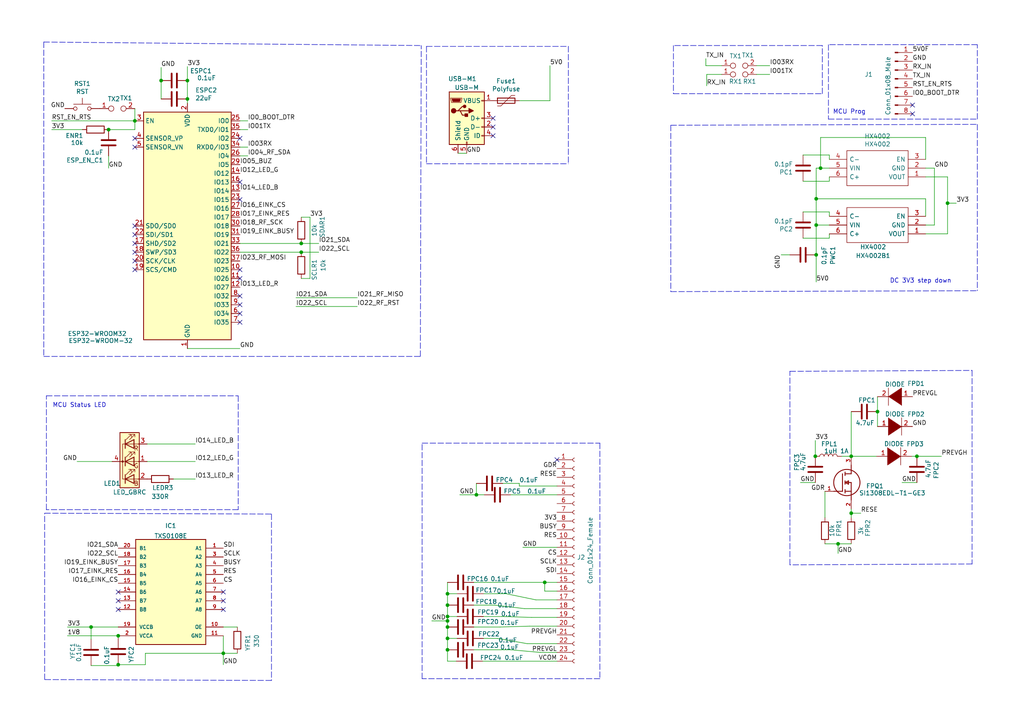
<source format=kicad_sch>
(kicad_sch (version 20211123) (generator eeschema)
  (paper "A4")
  (title_block (title "Wireless RFID NFC Contactless Card Reader - Board") (rev "2.3") (company "AeonLabs") (comment 1 "Copyright 2022"))
  (lib_symbols
    (symbol "Connector:Conn_01x08_Male" (pin_names (offset 1.016) hide)
      (property "Reference" "J" (at 0 10.16 0))
      (property "Value" "Conn_01x08_Male" (at 0 -12.7 0))
      (symbol "Conn_01x08_Male_1_1"
        (polyline (pts (xy 1.27 -10.16) (xy 0.8636 -10.16)) (stroke (width 0.1524)))
        (polyline (pts (xy 1.27 -7.62) (xy 0.8636 -7.62)) (stroke (width 0.1524)))
        (polyline (pts (xy 1.27 -5.08) (xy 0.8636 -5.08)) (stroke (width 0.1524)))
        (polyline (pts (xy 1.27 -2.54) (xy 0.8636 -2.54)) (stroke (width 0.1524)))
        (polyline (pts (xy 1.27 0) (xy 0.8636 0)) (stroke (width 0.1524)))
        (polyline (pts (xy 1.27 2.54) (xy 0.8636 2.54)) (stroke (width 0.1524)))
        (polyline (pts (xy 1.27 5.08) (xy 0.8636 5.08)) (stroke (width 0.1524)))
        (polyline (pts (xy 1.27 7.62) (xy 0.8636 7.62)) (stroke (width 0.1524)))
        (rectangle (start 0.8636 -10.033) (end 0 -10.287) (stroke (width 0.1524)) (fill (type outline)))
        (rectangle (start 0.8636 -7.493) (end 0 -7.747) (stroke (width 0.1524)) (fill (type outline)))
        (rectangle (start 0.8636 -4.953) (end 0 -5.207) (stroke (width 0.1524)) (fill (type outline)))
        (rectangle (start 0.8636 -2.413) (end 0 -2.667) (stroke (width 0.1524)) (fill (type outline)))
        (rectangle (start 0.8636 0.127) (end 0 -0.127) (stroke (width 0.1524)) (fill (type outline)))
        (rectangle (start 0.8636 2.667) (end 0 2.413) (stroke (width 0.1524)) (fill (type outline)))
        (rectangle (start 0.8636 5.207) (end 0 4.953) (stroke (width 0.1524)) (fill (type outline)))
        (rectangle (start 0.8636 7.747) (end 0 7.493) (stroke (width 0.1524)) (fill (type outline)))
        (pin passive line (at 5.08 7.62 180) (length 3.81) (name "Pin_1") (number "1"))
        (pin passive line (at 5.08 5.08 180) (length 3.81) (name "Pin_2") (number "2"))
        (pin passive line (at 5.08 2.54 180) (length 3.81) (name "Pin_3") (number "3"))
        (pin passive line (at 5.08 0 180) (length 3.81) (name "Pin_4") (number "4"))
        (pin passive line (at 5.08 -2.54 180) (length 3.81) (name "Pin_5") (number "5"))
        (pin passive line (at 5.08 -5.08 180) (length 3.81) (name "Pin_6") (number "6"))
        (pin passive line (at 5.08 -7.62 180) (length 3.81) (name "Pin_7") (number "7"))
        (pin passive line (at 5.08 -10.16 180) (length 3.81) (name "Pin_8") (number "8"))
      )
    )
    (symbol "Connector:Conn_01x24_Female" (pin_names (offset 1.016) hide)
      (property "Reference" "J" (at 0 30.48 0))
      (property "Value" "Conn_01x24_Female" (at 0 -33.02 0))
      (symbol "Conn_01x24_Female_1_1"
        (arc (start 0 -29.972) (mid -0.508 -30.48) (end 0 -30.988) (stroke (width 0.1524)))
        (arc (start 0 -27.432) (mid -0.508 -27.94) (end 0 -28.448) (stroke (width 0.1524)))
        (arc (start 0 -24.892) (mid -0.508 -25.4) (end 0 -25.908) (stroke (width 0.1524)))
        (arc (start 0 -22.352) (mid -0.508 -22.86) (end 0 -23.368) (stroke (width 0.1524)))
        (arc (start 0 -19.812) (mid -0.508 -20.32) (end 0 -20.828) (stroke (width 0.1524)))
        (arc (start 0 -17.272) (mid -0.508 -17.78) (end 0 -18.288) (stroke (width 0.1524)))
        (arc (start 0 -14.732) (mid -0.508 -15.24) (end 0 -15.748) (stroke (width 0.1524)))
        (arc (start 0 -12.192) (mid -0.508 -12.7) (end 0 -13.208) (stroke (width 0.1524)))
        (arc (start 0 -9.652) (mid -0.508 -10.16) (end 0 -10.668) (stroke (width 0.1524)))
        (arc (start 0 -7.112) (mid -0.508 -7.62) (end 0 -8.128) (stroke (width 0.1524)))
        (arc (start 0 -4.572) (mid -0.508 -5.08) (end 0 -5.588) (stroke (width 0.1524)))
        (arc (start 0 -2.032) (mid -0.508 -2.54) (end 0 -3.048) (stroke (width 0.1524)))
        (polyline (pts (xy -1.27 -30.48) (xy -0.508 -30.48)) (stroke (width 0.1524)))
        (polyline (pts (xy -1.27 -27.94) (xy -0.508 -27.94)) (stroke (width 0.1524)))
        (polyline (pts (xy -1.27 -25.4) (xy -0.508 -25.4)) (stroke (width 0.1524)))
        (polyline (pts (xy -1.27 -22.86) (xy -0.508 -22.86)) (stroke (width 0.1524)))
        (polyline (pts (xy -1.27 -20.32) (xy -0.508 -20.32)) (stroke (width 0.1524)))
        (polyline (pts (xy -1.27 -17.78) (xy -0.508 -17.78)) (stroke (width 0.1524)))
        (polyline (pts (xy -1.27 -15.24) (xy -0.508 -15.24)) (stroke (width 0.1524)))
        (polyline (pts (xy -1.27 -12.7) (xy -0.508 -12.7)) (stroke (width 0.1524)))
        (polyline (pts (xy -1.27 -10.16) (xy -0.508 -10.16)) (stroke (width 0.1524)))
        (polyline (pts (xy -1.27 -7.62) (xy -0.508 -7.62)) (stroke (width 0.1524)))
        (polyline (pts (xy -1.27 -5.08) (xy -0.508 -5.08)) (stroke (width 0.1524)))
        (polyline (pts (xy -1.27 -2.54) (xy -0.508 -2.54)) (stroke (width 0.1524)))
        (polyline (pts (xy -1.27 0) (xy -0.508 0)) (stroke (width 0.1524)))
        (polyline (pts (xy -1.27 2.54) (xy -0.508 2.54)) (stroke (width 0.1524)))
        (polyline (pts (xy -1.27 5.08) (xy -0.508 5.08)) (stroke (width 0.1524)))
        (polyline (pts (xy -1.27 7.62) (xy -0.508 7.62)) (stroke (width 0.1524)))
        (polyline (pts (xy -1.27 10.16) (xy -0.508 10.16)) (stroke (width 0.1524)))
        (polyline (pts (xy -1.27 12.7) (xy -0.508 12.7)) (stroke (width 0.1524)))
        (polyline (pts (xy -1.27 15.24) (xy -0.508 15.24)) (stroke (width 0.1524)))
        (polyline (pts (xy -1.27 17.78) (xy -0.508 17.78)) (stroke (width 0.1524)))
        (polyline (pts (xy -1.27 20.32) (xy -0.508 20.32)) (stroke (width 0.1524)))
        (polyline (pts (xy -1.27 22.86) (xy -0.508 22.86)) (stroke (width 0.1524)))
        (polyline (pts (xy -1.27 25.4) (xy -0.508 25.4)) (stroke (width 0.1524)))
        (polyline (pts (xy -1.27 27.94) (xy -0.508 27.94)) (stroke (width 0.1524)))
        (arc (start 0 0.508) (mid -0.508 0) (end 0 -0.508) (stroke (width 0.1524)))
        (arc (start 0 3.048) (mid -0.508 2.54) (end 0 2.032) (stroke (width 0.1524)))
        (arc (start 0 5.588) (mid -0.508 5.08) (end 0 4.572) (stroke (width 0.1524)))
        (arc (start 0 8.128) (mid -0.508 7.62) (end 0 7.112) (stroke (width 0.1524)))
        (arc (start 0 10.668) (mid -0.508 10.16) (end 0 9.652) (stroke (width 0.1524)))
        (arc (start 0 13.208) (mid -0.508 12.7) (end 0 12.192) (stroke (width 0.1524)))
        (arc (start 0 15.748) (mid -0.508 15.24) (end 0 14.732) (stroke (width 0.1524)))
        (arc (start 0 18.288) (mid -0.508 17.78) (end 0 17.272) (stroke (width 0.1524)))
        (arc (start 0 20.828) (mid -0.508 20.32) (end 0 19.812) (stroke (width 0.1524)))
        (arc (start 0 23.368) (mid -0.508 22.86) (end 0 22.352) (stroke (width 0.1524)))
        (arc (start 0 25.908) (mid -0.508 25.4) (end 0 24.892) (stroke (width 0.1524)))
        (arc (start 0 28.448) (mid -0.508 27.94) (end 0 27.432) (stroke (width 0.1524)))
        (pin passive line (at -5.08 27.94 0) (length 3.81) (name "Pin_1") (number "1"))
        (pin passive line (at -5.08 5.08 0) (length 3.81) (name "Pin_10") (number "10"))
        (pin passive line (at -5.08 2.54 0) (length 3.81) (name "Pin_11") (number "11"))
        (pin passive line (at -5.08 0 0) (length 3.81) (name "Pin_12") (number "12"))
        (pin passive line (at -5.08 -2.54 0) (length 3.81) (name "Pin_13") (number "13"))
        (pin passive line (at -5.08 -5.08 0) (length 3.81) (name "Pin_14") (number "14"))
        (pin passive line (at -5.08 -7.62 0) (length 3.81) (name "Pin_15") (number "15"))
        (pin passive line (at -5.08 -10.16 0) (length 3.81) (name "Pin_16") (number "16"))
        (pin passive line (at -5.08 -12.7 0) (length 3.81) (name "Pin_17") (number "17"))
        (pin passive line (at -5.08 -15.24 0) (length 3.81) (name "Pin_18") (number "18"))
        (pin passive line (at -5.08 -17.78 0) (length 3.81) (name "Pin_19") (number "19"))
        (pin passive line (at -5.08 25.4 0) (length 3.81) (name "Pin_2") (number "2"))
        (pin passive line (at -5.08 -20.32 0) (length 3.81) (name "Pin_20") (number "20"))
        (pin passive line (at -5.08 -22.86 0) (length 3.81) (name "Pin_21") (number "21"))
        (pin passive line (at -5.08 -25.4 0) (length 3.81) (name "Pin_22") (number "22"))
        (pin passive line (at -5.08 -27.94 0) (length 3.81) (name "Pin_23") (number "23"))
        (pin passive line (at -5.08 -30.48 0) (length 3.81) (name "Pin_24") (number "24"))
        (pin passive line (at -5.08 22.86 0) (length 3.81) (name "Pin_3") (number "3"))
        (pin passive line (at -5.08 20.32 0) (length 3.81) (name "Pin_4") (number "4"))
        (pin passive line (at -5.08 17.78 0) (length 3.81) (name "Pin_5") (number "5"))
        (pin passive line (at -5.08 15.24 0) (length 3.81) (name "Pin_6") (number "6"))
        (pin passive line (at -5.08 12.7 0) (length 3.81) (name "Pin_7") (number "7"))
        (pin passive line (at -5.08 10.16 0) (length 3.81) (name "Pin_8") (number "8"))
        (pin passive line (at -5.08 7.62 0) (length 3.81) (name "Pin_9") (number "9"))
      )
    )
    (symbol "Connector:TestPoint_2Pole" (pin_names (offset 0.762) hide)
      (property "Reference" "TP" (at 0 1.524 0))
      (property "Value" "TestPoint_2Pole" (at 0 -1.778 0))
      (symbol "TestPoint_2Pole_0_1"
        (circle (center -1.778 0) (radius 0.762))
        (circle (center 1.778 0) (radius 0.762))
        (pin passive line (at -5.08 0 0) (length 2.54) (name "1") (number "1"))
        (pin passive line (at 5.08 0 180) (length 2.54) (name "2") (number "2"))
      )
    )
    (symbol "Connector:USB_B_Micro" (pin_names (offset 1.016))
      (property "Reference" "J" (at -5.08 11.43 0))
      (property "Value" "USB_B_Micro" (at -5.08 8.89 0))
      (symbol "USB_B_Micro_0_1"
        (rectangle (start -5.08 -7.62) (end 5.08 7.62) (stroke (width 0.254)) (fill (type background)))
        (circle (center -3.81 2.159) (radius 0.635) (stroke (width 0.254)) (fill (type outline)))
        (circle (center -0.635 3.429) (radius 0.381) (stroke (width 0.254)) (fill (type outline)))
        (rectangle (start -0.127 -7.62) (end 0.127 -6.858))
        (polyline (pts (xy -1.905 2.159) (xy 0.635 2.159)) (stroke (width 0.254)))
        (polyline (pts (xy -3.175 2.159) (xy -2.54 2.159) (xy -1.27 3.429) (xy -0.635 3.429)) (stroke (width 0.254)))
        (polyline (pts (xy -2.54 2.159) (xy -1.905 2.159) (xy -1.27 0.889) (xy 0 0.889)) (stroke (width 0.254)))
        (polyline (pts (xy 0.635 2.794) (xy 0.635 1.524) (xy 1.905 2.159) (xy 0.635 2.794)) (stroke (width 0.254)) (fill (type outline)))
        (polyline (pts (xy -4.318 5.588) (xy -1.778 5.588) (xy -2.032 4.826) (xy -4.064 4.826) (xy -4.318 5.588)) (fill (type outline)))
        (polyline (pts (xy -4.699 5.842) (xy -4.699 5.588) (xy -4.445 4.826) (xy -4.445 4.572) (xy -1.651 4.572) (xy -1.651 4.826) (xy -1.397 5.588) (xy -1.397 5.842) (xy -4.699 5.842)))
        (rectangle (start 0.254 1.27) (end -0.508 0.508) (stroke (width 0.254)) (fill (type outline)))
        (rectangle (start 5.08 -5.207) (end 4.318 -4.953))
        (rectangle (start 5.08 -2.667) (end 4.318 -2.413))
        (rectangle (start 5.08 -0.127) (end 4.318 0.127))
        (rectangle (start 5.08 4.953) (end 4.318 5.207))
      )
      (symbol "USB_B_Micro_1_1"
        (pin power_out line (at 7.62 5.08 180) (length 2.54) (name "VBUS") (number "1"))
        (pin bidirectional line (at 7.62 -2.54 180) (length 2.54) (name "D-") (number "2"))
        (pin bidirectional line (at 7.62 0 180) (length 2.54) (name "D+") (number "3"))
        (pin passive line (at 7.62 -5.08 180) (length 2.54) (name "ID") (number "4"))
        (pin power_out line (at 0 -10.16 90) (length 2.54) (name "GND") (number "5"))
        (pin passive line (at -2.54 -10.16 90) (length 2.54) (name "Shield") (number "6"))
      )
    )
    (symbol "Device:C" (pin_numbers hide) (pin_names (offset 0.254))
      (property "Reference" "C" (at 0.635 2.54 0))
      (property "Value" "C" (at 0.635 -2.54 0))
      (symbol "C_0_1"
        (polyline (pts (xy -2.032 -0.762) (xy 2.032 -0.762)) (stroke (width 0.508)))
        (polyline (pts (xy -2.032 0.762) (xy 2.032 0.762)) (stroke (width 0.508)))
      )
      (symbol "C_1_1"
        (pin passive line (at 0 3.81 270) (length 2.794) (name "~") (number "1"))
        (pin passive line (at 0 -3.81 90) (length 2.794) (name "~") (number "2"))
      )
    )
    (symbol "Device:L" (pin_numbers hide) (pin_names (offset 1.016) hide)
      (property "Reference" "L" (at -1.27 0 90))
      (property "Value" "L" (at 1.905 0 90))
      (symbol "L_0_1"
        (arc (start 0 -2.54) (mid 0.635 -1.905) (end 0 -1.27))
        (arc (start 0 -1.27) (mid 0.635 -0.635) (end 0 0))
        (arc (start 0 0) (mid 0.635 0.635) (end 0 1.27))
        (arc (start 0 1.27) (mid 0.635 1.905) (end 0 2.54))
      )
      (symbol "L_1_1"
        (pin passive line (at 0 3.81 270) (length 1.27) (name "1") (number "1"))
        (pin passive line (at 0 -3.81 90) (length 1.27) (name "2") (number "2"))
      )
    )
    (symbol "Device:LED_GBRC" (pin_names (offset 0) hide)
      (property "Reference" "D" (at 0 9.398 0))
      (property "Value" "Device_LED_GBRC" (at 0 -8.89 0))
      (symbol "LED_GBRC_0_0"
        (text "B" (at 1.905 -6.35 0) (effects (font (size 1.27 1.27))))
        (text "G" (at 1.905 -1.27 0) (effects (font (size 1.27 1.27))))
        (text "R" (at 1.905 3.81 0) (effects (font (size 1.27 1.27))))
      )
      (symbol "LED_GBRC_0_1"
        (circle (center -2.032 0) (radius 0.254) (fill (type outline)))
        (polyline (pts (xy -1.27 -5.08) (xy 1.27 -5.08)))
        (polyline (pts (xy -1.27 -3.81) (xy -1.27 -6.35)) (stroke (width 0.254)))
        (polyline (pts (xy -1.27 0) (xy -2.54 0)))
        (polyline (pts (xy -1.27 1.27) (xy -1.27 -1.27)) (stroke (width 0.254)))
        (polyline (pts (xy -1.27 5.08) (xy 1.27 5.08)))
        (polyline (pts (xy -1.27 6.35) (xy -1.27 3.81)) (stroke (width 0.254)))
        (polyline (pts (xy 1.27 -5.08) (xy 2.54 -5.08)))
        (polyline (pts (xy 1.27 0) (xy -1.27 0)))
        (polyline (pts (xy 1.27 0) (xy 2.54 0)))
        (polyline (pts (xy 1.27 5.08) (xy 2.54 5.08)))
        (polyline (pts (xy -1.27 1.27) (xy -1.27 -1.27) (xy -1.27 -1.27)))
        (polyline (pts (xy -1.27 6.35) (xy -1.27 3.81) (xy -1.27 3.81)))
        (polyline (pts (xy -1.27 5.08) (xy -2.032 5.08) (xy -2.032 -5.08) (xy -1.016 -5.08)))
        (polyline (pts (xy 1.27 -3.81) (xy 1.27 -6.35) (xy -1.27 -5.08) (xy 1.27 -3.81)) (stroke (width 0.254)))
        (polyline (pts (xy 1.27 1.27) (xy 1.27 -1.27) (xy -1.27 0) (xy 1.27 1.27)) (stroke (width 0.254)))
        (polyline (pts (xy 1.27 6.35) (xy 1.27 3.81) (xy -1.27 5.08) (xy 1.27 6.35)) (stroke (width 0.254)))
        (polyline (pts (xy -1.016 -3.81) (xy 0.508 -2.286) (xy -0.254 -2.286) (xy 0.508 -2.286) (xy 0.508 -3.048)))
        (polyline (pts (xy -1.016 1.27) (xy 0.508 2.794) (xy -0.254 2.794) (xy 0.508 2.794) (xy 0.508 2.032)))
        (polyline (pts (xy -1.016 6.35) (xy 0.508 7.874) (xy -0.254 7.874) (xy 0.508 7.874) (xy 0.508 7.112)))
        (polyline (pts (xy 0 -3.81) (xy 1.524 -2.286) (xy 0.762 -2.286) (xy 1.524 -2.286) (xy 1.524 -3.048)))
        (polyline (pts (xy 0 1.27) (xy 1.524 2.794) (xy 0.762 2.794) (xy 1.524 2.794) (xy 1.524 2.032)))
        (polyline (pts (xy 0 6.35) (xy 1.524 7.874) (xy 0.762 7.874) (xy 1.524 7.874) (xy 1.524 7.112)))
        (rectangle (start 1.27 -1.27) (end 1.27 1.27))
        (rectangle (start 1.27 1.27) (end 1.27 1.27))
        (rectangle (start 1.27 3.81) (end 1.27 6.35))
        (rectangle (start 1.27 6.35) (end 1.27 6.35))
        (rectangle (start 2.794 8.382) (end -2.794 -7.62) (stroke (width 0.254)) (fill (type background)))
      )
      (symbol "LED_GBRC_1_1"
        (pin passive line (at 5.08 0 180) (length 2.54) (name "GA") (number "1"))
        (pin passive line (at 5.08 -5.08 180) (length 2.54) (name "BA") (number "2"))
        (pin passive line (at 5.08 5.08 180) (length 2.54) (name "RA") (number "3"))
        (pin passive line (at -5.08 0 0) (length 2.54) (name "K") (number "4"))
      )
    )
    (symbol "Device:Polyfuse" (pin_numbers hide) (pin_names (offset 0))
      (property "Reference" "F" (at -2.54 0 90))
      (property "Value" "Polyfuse" (at 2.54 0 90))
      (symbol "Polyfuse_0_1"
        (rectangle (start -0.762 2.54) (end 0.762 -2.54) (stroke (width 0.254)))
        (polyline (pts (xy 0 2.54) (xy 0 -2.54)))
        (polyline (pts (xy -1.524 2.54) (xy -1.524 1.524) (xy 1.524 -1.524) (xy 1.524 -2.54)))
      )
      (symbol "Polyfuse_1_1"
        (pin passive line (at 0 3.81 270) (length 1.27) (name "~") (number "1"))
        (pin passive line (at 0 -3.81 90) (length 1.27) (name "~") (number "2"))
      )
    )
    (symbol "Device:R" (pin_numbers hide) (pin_names (offset 0))
      (property "Reference" "R" (at 2.032 0 90))
      (property "Value" "R" (at 0 0 90))
      (symbol "R_0_1"
        (rectangle (start -1.016 -2.54) (end 1.016 2.54) (stroke (width 0.254)))
      )
      (symbol "R_1_1"
        (pin passive line (at 0 3.81 270) (length 1.27) (name "~") (number "1"))
        (pin passive line (at 0 -3.81 90) (length 1.27) (name "~") (number "2"))
      )
    )
    (symbol "HX4002:HX4002" (pin_names (offset 0.762))
      (property "Reference" "IC" (at 24.13 7.62 0))
      (property "Value" "HX4002_HX4002" (at 24.13 5.08 0))
      (symbol "HX4002_0_0"
        (pin passive line (at 0 0 0) (length 5.08) (name "VOUT") (number "1"))
        (pin passive line (at 0 -2.54 0) (length 5.08) (name "GND") (number "2"))
        (pin passive line (at 0 -5.08 0) (length 5.08) (name "EN") (number "3"))
        (pin passive line (at 27.94 -5.08 180) (length 5.08) (name "C-") (number "4"))
        (pin passive line (at 27.94 -2.54 180) (length 5.08) (name "VIN") (number "5"))
        (pin passive line (at 27.94 0 180) (length 5.08) (name "C+") (number "6"))
      )
      (symbol "HX4002_0_1"
        (polyline (pts (xy 5.08 2.54) (xy 22.86 2.54) (xy 22.86 -7.62) (xy 5.08 -7.62) (xy 5.08 2.54)) (stroke (width 0.1524)))
      )
    )
    (symbol "RF_Module:ESP32-WROOM-32"
      (property "Reference" "U" (at -12.7 34.29 0))
      (property "Value" "ESP32-WROOM-32" (at 1.27 34.29 0))
      (symbol "ESP32-WROOM-32_0_1"
        (rectangle (start -12.7 33.02) (end 12.7 -33.02) (stroke (width 0.254)) (fill (type background)))
      )
      (symbol "ESP32-WROOM-32_1_1"
        (pin power_in line (at 0 -35.56 90) (length 2.54) (name "GND") (number "1"))
        (pin bidirectional line (at 15.24 -12.7 180) (length 2.54) (name "IO25") (number "10"))
        (pin bidirectional line (at 15.24 -15.24 180) (length 2.54) (name "IO26") (number "11"))
        (pin bidirectional line (at 15.24 -17.78 180) (length 2.54) (name "IO27") (number "12"))
        (pin bidirectional line (at 15.24 10.16 180) (length 2.54) (name "IO14") (number "13"))
        (pin bidirectional line (at 15.24 15.24 180) (length 2.54) (name "IO12") (number "14"))
        (pin passive line (at 0 -35.56 90) (length 2.54) hide (name "GND") (number "15"))
        (pin bidirectional line (at 15.24 12.7 180) (length 2.54) (name "IO13") (number "16"))
        (pin bidirectional line (at -15.24 -5.08 0) (length 2.54) (name "SHD/SD2") (number "17"))
        (pin bidirectional line (at -15.24 -7.62 0) (length 2.54) (name "SWP/SD3") (number "18"))
        (pin bidirectional line (at -15.24 -12.7 0) (length 2.54) (name "SCS/CMD") (number "19"))
        (pin power_in line (at 0 35.56 270) (length 2.54) (name "VDD") (number "2"))
        (pin bidirectional line (at -15.24 -10.16 0) (length 2.54) (name "SCK/CLK") (number "20"))
        (pin bidirectional line (at -15.24 0 0) (length 2.54) (name "SDO/SD0") (number "21"))
        (pin bidirectional line (at -15.24 -2.54 0) (length 2.54) (name "SDI/SD1") (number "22"))
        (pin bidirectional line (at 15.24 7.62 180) (length 2.54) (name "IO15") (number "23"))
        (pin bidirectional line (at 15.24 25.4 180) (length 2.54) (name "IO2") (number "24"))
        (pin bidirectional line (at 15.24 30.48 180) (length 2.54) (name "IO0") (number "25"))
        (pin bidirectional line (at 15.24 20.32 180) (length 2.54) (name "IO4") (number "26"))
        (pin bidirectional line (at 15.24 5.08 180) (length 2.54) (name "IO16") (number "27"))
        (pin bidirectional line (at 15.24 2.54 180) (length 2.54) (name "IO17") (number "28"))
        (pin bidirectional line (at 15.24 17.78 180) (length 2.54) (name "IO5") (number "29"))
        (pin input line (at -15.24 30.48 0) (length 2.54) (name "EN") (number "3"))
        (pin bidirectional line (at 15.24 0 180) (length 2.54) (name "IO18") (number "30"))
        (pin bidirectional line (at 15.24 -2.54 180) (length 2.54) (name "IO19") (number "31"))
        (pin no_connect line (at -12.7 -27.94 0) (length 2.54) hide (name "NC") (number "32"))
        (pin bidirectional line (at 15.24 -5.08 180) (length 2.54) (name "IO21") (number "33"))
        (pin bidirectional line (at 15.24 22.86 180) (length 2.54) (name "RXD0/IO3") (number "34"))
        (pin bidirectional line (at 15.24 27.94 180) (length 2.54) (name "TXD0/IO1") (number "35"))
        (pin bidirectional line (at 15.24 -7.62 180) (length 2.54) (name "IO22") (number "36"))
        (pin bidirectional line (at 15.24 -10.16 180) (length 2.54) (name "IO23") (number "37"))
        (pin passive line (at 0 -35.56 90) (length 2.54) hide (name "GND") (number "38"))
        (pin passive line (at 0 -35.56 90) (length 2.54) hide (name "GND") (number "39"))
        (pin input line (at -15.24 25.4 0) (length 2.54) (name "SENSOR_VP") (number "4"))
        (pin input line (at -15.24 22.86 0) (length 2.54) (name "SENSOR_VN") (number "5"))
        (pin input line (at 15.24 -25.4 180) (length 2.54) (name "IO34") (number "6"))
        (pin input line (at 15.24 -27.94 180) (length 2.54) (name "IO35") (number "7"))
        (pin bidirectional line (at 15.24 -20.32 180) (length 2.54) (name "IO32") (number "8"))
        (pin bidirectional line (at 15.24 -22.86 180) (length 2.54) (name "IO33") (number "9"))
      )
    )
    (symbol "Switch:SW_Push" (pin_numbers hide) (pin_names (offset 1.016) hide)
      (property "Reference" "SW" (at 1.27 2.54 0))
      (property "Value" "SW_Push" (at 0 -1.524 0))
      (symbol "SW_Push_0_1"
        (circle (center -2.032 0) (radius 0.508))
        (polyline (pts (xy 0 1.27) (xy 0 3.048)))
        (polyline (pts (xy 2.54 1.27) (xy -2.54 1.27)))
        (circle (center 2.032 0) (radius 0.508))
        (pin passive line (at -5.08 0 0) (length 2.54) (name "1") (number "1"))
        (pin passive line (at 5.08 0 180) (length 2.54) (name "2") (number "2"))
      )
    )
    (symbol "Transistor_FET:SI1308EDL-T1-GE3" (pin_names (offset 1.016) hide)
      (property "Reference" "Q" (at 11.43 3.81 0))
      (property "Value" "SI1308EDL-T1-GE3" (at 13.208 6.604 0))
      (symbol "SI1308EDL-T1-GE3_0_0"
        (polyline (pts (xy 2.54 0) (xy 5.08 0)) (stroke (width 0.254)))
        (polyline (pts (xy 5.08 5.08) (xy 5.08 0)) (stroke (width 0.254)))
        (polyline (pts (xy 5.842 -0.508) (xy 5.842 0.508)) (stroke (width 0.254)))
        (polyline (pts (xy 5.842 0) (xy 7.62 0)) (stroke (width 0.254)))
        (polyline (pts (xy 5.842 2.032) (xy 5.842 3.048)) (stroke (width 0.254)))
        (polyline (pts (xy 5.842 5.588) (xy 5.842 4.572)) (stroke (width 0.254)))
        (polyline (pts (xy 7.62 2.54) (xy 5.842 2.54)) (stroke (width 0.254)))
        (polyline (pts (xy 7.62 2.54) (xy 7.62 -2.54)) (stroke (width 0.254)))
        (polyline (pts (xy 7.62 5.08) (xy 5.842 5.08)) (stroke (width 0.254)))
        (polyline (pts (xy 7.62 5.08) (xy 7.62 7.62)) (stroke (width 0.254)))
        (polyline (pts (xy 5.842 2.54) (xy 6.858 3.048) (xy 6.858 2.032) (xy 5.842 2.54)) (stroke (width 0.254)) (fill (type background)))
        (circle (center 6.35 2.54) (radius 3.81) (stroke (width 0.254)))
        (pin bidirectional line (at 0 0 0) (length 2.54) (name "~") (number "1"))
        (pin bidirectional line (at 7.62 -5.08 90) (length 2.54) (name "~") (number "2"))
        (pin bidirectional line (at 7.62 10.16 270) (length 2.54) (name "~") (number "3"))
      )
    )
    (symbol "power:TXS0108E" (pin_names (offset 1.016))
      (property "Reference" "IC" (at -10.16 16.256 0))
      (property "Value" "TXS0108E" (at -10.16 -18.034 0))
      (symbol "TXS0108E_0_0"
        (rectangle (start -10.16 -15.24) (end 10.16 15.24) (stroke (width 0.254)) (fill (type background)))
        (pin bidirectional line (at 15.24 12.7 180) (length 5.08) (name "A1") (number "1"))
        (pin bidirectional line (at 15.24 -10.16 180) (length 5.08) (name "OE") (number "10"))
        (pin bidirectional line (at 15.24 -12.7 180) (length 5.08) (name "GND") (number "11"))
        (pin bidirectional line (at -15.24 -5.08 0) (length 5.08) (name "B8") (number "12"))
        (pin bidirectional line (at -15.24 -2.54 0) (length 5.08) (name "B7") (number "13"))
        (pin bidirectional line (at -15.24 0 0) (length 5.08) (name "B6") (number "14"))
        (pin bidirectional line (at -15.24 2.54 0) (length 5.08) (name "B5") (number "15"))
        (pin bidirectional line (at -15.24 5.08 0) (length 5.08) (name "B4") (number "16"))
        (pin bidirectional line (at -15.24 7.62 0) (length 5.08) (name "B3") (number "17"))
        (pin bidirectional line (at -15.24 10.16 0) (length 5.08) (name "B2") (number "18"))
        (pin bidirectional line (at -15.24 -10.16 0) (length 5.08) (name "VCCB") (number "19"))
        (pin bidirectional line (at -15.24 -12.7 0) (length 5.08) (name "VCCA") (number "2"))
        (pin bidirectional line (at -15.24 12.7 0) (length 5.08) (name "B1") (number "20"))
        (pin bidirectional line (at 15.24 10.16 180) (length 5.08) (name "A2") (number "3"))
        (pin bidirectional line (at 15.24 7.62 180) (length 5.08) (name "A3") (number "4"))
        (pin bidirectional line (at 15.24 5.08 180) (length 5.08) (name "A4") (number "5"))
        (pin bidirectional line (at 15.24 2.54 180) (length 5.08) (name "A5") (number "6"))
        (pin bidirectional line (at 15.24 0 180) (length 5.08) (name "A6") (number "7"))
        (pin bidirectional line (at 15.24 -2.54 180) (length 5.08) (name "A7") (number "8"))
        (pin bidirectional line (at 15.24 -5.08 180) (length 5.08) (name "A8") (number "9"))
      )
    )
    (symbol "pspice:DIODE" (pin_names (offset 1.016) hide)
      (property "Reference" "D" (at 0 3.81 0))
      (property "Value" "DIODE" (at 0 -4.445 0))
      (symbol "DIODE_0_1"
        (polyline (pts (xy 1.905 2.54) (xy 1.905 -2.54)))
        (polyline (pts (xy -1.905 2.54) (xy -1.905 -2.54) (xy 1.905 0)) (fill (type outline)))
      )
      (symbol "DIODE_1_1"
        (pin input line (at -5.08 0 0) (length 3.81) (name "K") (number "1"))
        (pin input line (at 5.08 0 180) (length 3.81) (name "A") (number "2"))
      )
    )
  )
  (junction (at 243.078 157.734))
  (junction (at 26.416 181.864))
  (junction (at 274.828 58.928))
  (junction (at 129.794 185.166))
  (junction (at 254.508 119.38))
  (junction (at 64.77 189.484))
  (junction (at 236.728 73.914))
  (junction (at 54.356 23.368))
  (junction (at 129.794 175.514))
  (junction (at 34.29 184.404))
  (junction (at 129.794 180.086))
  (junction (at 87.376 70.612))
  (junction (at 236.728 57.658))
  (junction (at 129.794 178.816))
  (junction (at 39.116 35.052))
  (junction (at 237.998 48.768))
  (junction (at 157.988 168.91))
  (junction (at 265.938 132.334))
  (junction (at 31.496 37.592))
  (junction (at 46.736 23.368))
  (junction (at 34.29 192.786))
  (junction (at 129.794 188.468))
  (junction (at 129.794 172.212))
  (junction (at 54.356 28.702))
  (junction (at 246.888 132.334))
  (junction (at 236.728 65.278))
  (junction (at 87.376 73.152))
  (junction (at 129.794 181.864))
  (junction (at 236.474 132.334))
  (junction (at 246.888 148.844))
  (junction (at 138.176 143.51))
  (no_connect (at 64.77 171.704))
  (no_connect (at 34.29 171.704))
  (no_connect (at 39.116 65.532))
  (no_connect (at 143.002 36.83))
  (no_connect (at 143.002 34.29))
  (no_connect (at 64.77 174.244))
  (no_connect (at 64.77 176.784))
  (no_connect (at 34.29 174.244))
  (no_connect (at 34.29 176.784))
  (no_connect (at 69.596 52.832))
  (no_connect (at 69.596 85.852))
  (no_connect (at 69.596 88.392))
  (no_connect (at 69.596 90.932))
  (no_connect (at 39.116 78.232))
  (no_connect (at 69.596 80.772))
  (no_connect (at 39.116 73.152))
  (no_connect (at 264.668 30.48))
  (no_connect (at 39.116 42.672))
  (no_connect (at 69.596 40.132))
  (no_connect (at 39.116 75.692))
  (no_connect (at 39.116 70.612))
  (no_connect (at 39.116 40.132))
  (no_connect (at 39.116 68.072))
  (no_connect (at 69.596 78.232))
  (no_connect (at 161.544 133.35))
  (no_connect (at 143.002 39.37))
  (no_connect (at 69.596 57.912))
  (no_connect (at 264.668 33.02))
  (no_connect (at 69.596 93.472))
  (wire (pts (xy 240.538 61.468) (xy 232.918 61.468)))
  (polyline (pts (xy 12.7 12.192) (xy 122.174 13.208)))
  (wire (pts (xy 246.888 132.334) (xy 254.254 132.334)))
  (wire (pts (xy 129.794 172.212) (xy 132.588 172.212)))
  (wire (pts (xy 145.542 178.816) (xy 140.208 178.816)))
  (wire (pts (xy 243.078 157.734) (xy 246.888 157.734)))
  (wire (pts (xy 87.376 73.152) (xy 92.456 73.152)))
  (wire (pts (xy 239.268 142.494) (xy 239.268 150.114)))
  (wire (pts (xy 271.018 48.768) (xy 271.018 65.278)))
  (wire (pts (xy 87.376 62.992) (xy 89.916 62.992)))
  (wire (pts (xy 64.77 189.484) (xy 68.834 189.484)))
  (wire (pts (xy 54.356 28.702) (xy 54.356 29.972)))
  (wire (pts (xy 254.508 119.38) (xy 254.508 123.698)))
  (wire (pts (xy 274.828 58.928) (xy 274.828 67.818)))
  (wire (pts (xy 146.812 172.212) (xy 140.208 172.212)))
  (polyline (pts (xy 123.698 13.462) (xy 164.846 13.462)))
  (wire (pts (xy 69.596 73.152) (xy 87.376 73.152)))
  (wire (pts (xy 69.596 35.052) (xy 71.882 35.052)))
  (wire (pts (xy 277.368 58.928) (xy 274.828 58.928)))
  (wire (pts (xy 159.512 19.05) (xy 159.512 29.21)))
  (wire (pts (xy 22.352 133.858) (xy 32.512 133.858)))
  (wire (pts (xy 64.77 181.864) (xy 68.834 181.864)))
  (polyline (pts (xy 238.506 13.208) (xy 195.326 13.208)))
  (wire (pts (xy 132.588 185.166) (xy 129.794 185.166)))
  (wire (pts (xy 144.272 185.166) (xy 140.208 185.166)))
  (wire (pts (xy 271.018 65.278) (xy 268.478 65.278)))
  (wire (pts (xy 161.544 186.69) (xy 152.908 186.69)))
  (wire (pts (xy 236.474 127.762) (xy 236.474 132.334)))
  (wire (pts (xy 64.77 184.404) (xy 64.77 189.484)))
  (wire (pts (xy 240.538 67.818) (xy 240.538 69.088)))
  (polyline (pts (xy 13.462 147.828) (xy 13.462 114.808)))
  (wire (pts (xy 219.456 21.59) (xy 223.266 21.59)))
  (polyline (pts (xy 229.108 163.83) (xy 229.108 107.696)))
  (wire (pts (xy 204.724 19.05) (xy 209.296 19.05)))
  (wire (pts (xy 236.728 65.278) (xy 236.728 57.658)))
  (wire (pts (xy 69.596 42.672) (xy 71.882 42.672)))
  (wire (pts (xy 138.176 143.51) (xy 138.176 140.208)))
  (wire (pts (xy 54.356 23.368) (xy 54.356 28.702)))
  (wire (pts (xy 64.77 189.484) (xy 64.77 192.786)))
  (wire (pts (xy 42.164 189.484) (xy 42.164 192.786)))
  (wire (pts (xy 132.842 44.45) (xy 135.382 44.45)))
  (wire (pts (xy 139.954 191.77) (xy 161.544 191.77)))
  (wire (pts (xy 129.794 178.816) (xy 129.794 175.514)))
  (polyline (pts (xy 12.954 197.104) (xy 12.954 148.844)))
  (wire (pts (xy 34.29 193.04) (xy 34.29 192.786)))
  (wire (pts (xy 64.77 189.484) (xy 42.164 189.484)))
  (wire (pts (xy 87.376 70.612) (xy 92.456 70.612)))
  (wire (pts (xy 236.728 65.278) (xy 236.728 73.914)))
  (wire (pts (xy 26.416 185.42) (xy 26.416 181.864)))
  (polyline (pts (xy 240.284 12.954) (xy 240.284 34.544)))
  (wire (pts (xy 129.794 185.166) (xy 129.794 188.468)))
  (polyline (pts (xy 78.74 197.358) (xy 12.954 197.104)))
  (wire (pts (xy 46.736 23.368) (xy 46.736 28.702)))
  (wire (pts (xy 129.794 191.77) (xy 129.794 188.468)))
  (polyline (pts (xy 69.088 147.828) (xy 13.462 147.828)))
  (wire (pts (xy 140.462 143.51) (xy 138.176 143.51)))
  (wire (pts (xy 237.998 48.768) (xy 240.538 48.768)))
  (wire (pts (xy 129.794 180.086) (xy 129.794 178.816)))
  (wire (pts (xy 69.596 37.592) (xy 71.882 37.592)))
  (wire (pts (xy 19.558 181.864) (xy 26.416 181.864)))
  (wire (pts (xy 156.718 189.23) (xy 148.082 188.468)))
  (wire (pts (xy 244.094 132.334) (xy 246.888 132.334)))
  (wire (pts (xy 261.62 139.954) (xy 265.938 139.954)))
  (wire (pts (xy 152.908 186.69) (xy 144.272 185.166)))
  (wire (pts (xy 54.356 19.304) (xy 54.356 23.368)))
  (wire (pts (xy 219.456 19.05) (xy 223.266 19.05)))
  (wire (pts (xy 154.178 179.07) (xy 145.542 178.816)))
  (polyline (pts (xy 123.698 47.498) (xy 164.846 47.498)))
  (wire (pts (xy 243.078 157.734) (xy 243.078 160.528)))
  (wire (pts (xy 204.978 21.59) (xy 209.296 21.59)))
  (wire (pts (xy 42.672 128.778) (xy 56.642 128.778)))
  (wire (pts (xy 204.978 21.59) (xy 204.978 24.892)))
  (wire (pts (xy 145.034 181.864) (xy 137.414 181.864)))
  (wire (pts (xy 268.478 57.658) (xy 268.478 62.738)))
  (wire (pts (xy 148.082 143.51) (xy 161.544 143.51)))
  (wire (pts (xy 236.728 48.768) (xy 237.998 48.768)))
  (wire (pts (xy 137.414 168.91) (xy 157.988 168.91)))
  (wire (pts (xy 232.156 139.954) (xy 236.474 139.954)))
  (wire (pts (xy 157.988 168.91) (xy 161.544 168.91)))
  (wire (pts (xy 148.082 188.468) (xy 137.414 188.468)))
  (wire (pts (xy 31.496 45.212) (xy 31.496 48.768)))
  (polyline (pts (xy 283.464 12.954) (xy 240.284 12.954)))
  (wire (pts (xy 274.828 51.308) (xy 274.828 58.928)))
  (wire (pts (xy 19.558 184.404) (xy 34.29 184.404)))
  (polyline (pts (xy 195.326 13.208) (xy 195.326 27.178)))
  (polyline (pts (xy 229.108 107.696) (xy 229.108 107.696)))
  (polyline (pts (xy 238.506 27.178) (xy 238.506 13.208)))
  (wire (pts (xy 14.986 35.052) (xy 39.116 35.052)))
  (wire (pts (xy 129.794 172.212) (xy 129.794 168.91)))
  (wire (pts (xy 129.794 181.864) (xy 129.794 185.166)))
  (wire (pts (xy 264.414 132.334) (xy 265.938 132.334)))
  (polyline (pts (xy 122.428 128.524) (xy 173.99 128.524)))
  (wire (pts (xy 39.116 35.052) (xy 39.116 37.592)))
  (polyline (pts (xy 194.564 36.322) (xy 194.564 84.582)))
  (wire (pts (xy 240.538 52.578) (xy 232.918 52.578)))
  (wire (pts (xy 143.51 175.514) (xy 137.414 175.514)))
  (wire (pts (xy 274.828 67.818) (xy 268.478 67.818)))
  (polyline (pts (xy 123.698 13.462) (xy 123.698 47.498)))
  (polyline (pts (xy 240.284 34.544) (xy 283.464 34.544)))
  (wire (pts (xy 150.622 29.21) (xy 159.512 29.21)))
  (wire (pts (xy 153.67 181.61) (xy 161.544 181.61)))
  (wire (pts (xy 153.67 181.61) (xy 145.034 181.864)))
  (polyline (pts (xy 12.7 12.192) (xy 12.7 103.378)))
  (wire (pts (xy 246.888 119.38) (xy 246.888 132.334)))
  (wire (pts (xy 155.448 173.99) (xy 146.812 172.212)))
  (wire (pts (xy 240.538 51.308) (xy 240.538 52.578)))
  (wire (pts (xy 204.724 17.018) (xy 204.724 19.05)))
  (wire (pts (xy 34.29 185.166) (xy 34.29 184.404)))
  (polyline (pts (xy 281.94 107.442) (xy 281.94 163.576)))
  (polyline (pts (xy 283.464 36.068) (xy 283.464 84.328)))
  (wire (pts (xy 237.998 48.768) (xy 237.998 39.878)))
  (wire (pts (xy 129.794 178.816) (xy 132.588 178.816)))
  (wire (pts (xy 236.728 57.658) (xy 268.478 57.658)))
  (polyline (pts (xy 195.326 27.178) (xy 238.506 27.178)))
  (polyline (pts (xy 173.99 196.85) (xy 122.428 196.85)))
  (polyline (pts (xy 283.464 34.544) (xy 283.464 12.954)))
  (wire (pts (xy 240.538 46.228) (xy 240.538 44.958)))
  (wire (pts (xy 133.35 143.51) (xy 138.176 143.51)))
  (polyline (pts (xy 121.92 103.378) (xy 122.174 13.208)))
  (wire (pts (xy 129.794 180.086) (xy 125.222 180.086)))
  (wire (pts (xy 87.376 80.772) (xy 89.916 80.772)))
  (polyline (pts (xy 194.564 84.582) (xy 283.464 84.328)))
  (wire (pts (xy 161.544 140.97) (xy 150.622 140.97)))
  (wire (pts (xy 240.538 44.958) (xy 232.918 44.958)))
  (wire (pts (xy 50.292 138.938) (xy 56.642 138.938)))
  (wire (pts (xy 229.108 73.914) (xy 226.568 73.914)))
  (wire (pts (xy 14.986 37.592) (xy 23.876 37.592)))
  (wire (pts (xy 89.916 80.772) (xy 89.916 62.992)))
  (polyline (pts (xy 13.462 114.808) (xy 69.088 114.808)))
  (wire (pts (xy 237.998 39.878) (xy 268.478 39.878)))
  (wire (pts (xy 154.178 179.07) (xy 161.544 179.07)))
  (wire (pts (xy 161.544 189.23) (xy 156.718 189.23)))
  (polyline (pts (xy 12.954 148.844) (xy 78.74 149.098)))
  (wire (pts (xy 240.538 62.738) (xy 240.538 61.468)))
  (polyline (pts (xy 12.7 103.378) (xy 121.92 103.378)))
  (wire (pts (xy 268.478 39.878) (xy 268.478 46.228)))
  (wire (pts (xy 246.888 148.844) (xy 249.682 148.844)))
  (wire (pts (xy 26.416 193.04) (xy 34.29 193.04)))
  (wire (pts (xy 246.888 147.574) (xy 246.888 148.844)))
  (wire (pts (xy 152.146 176.53) (xy 143.51 175.514)))
  (wire (pts (xy 150.622 140.208) (xy 145.796 140.208)))
  (wire (pts (xy 151.638 158.75) (xy 161.544 158.75)))
  (wire (pts (xy 152.146 176.53) (xy 161.544 176.53)))
  (wire (pts (xy 54.356 101.092) (xy 69.596 101.092)))
  (wire (pts (xy 239.268 157.734) (xy 243.078 157.734)))
  (wire (pts (xy 236.728 57.658) (xy 236.728 48.768)))
  (polyline (pts (xy 194.564 36.322) (xy 283.464 36.068)))
  (wire (pts (xy 254.508 115.062) (xy 254.508 119.38)))
  (polyline (pts (xy 122.428 196.85) (xy 122.428 128.524)))
  (wire (pts (xy 69.596 70.612) (xy 87.376 70.612)))
  (wire (pts (xy 46.736 19.558) (xy 46.736 23.368)))
  (wire (pts (xy 85.852 88.9) (xy 103.632 88.9)))
  (polyline (pts (xy 173.99 128.524) (xy 173.99 196.85)))
  (wire (pts (xy 157.988 171.45) (xy 161.544 171.45)))
  (wire (pts (xy 157.988 168.91) (xy 157.988 171.45)))
  (wire (pts (xy 240.538 65.278) (xy 236.728 65.278)))
  (wire (pts (xy 39.116 37.592) (xy 31.496 37.592)))
  (wire (pts (xy 42.164 192.786) (xy 34.29 192.786)))
  (wire (pts (xy 240.538 69.088) (xy 232.918 69.088)))
  (polyline (pts (xy 69.088 114.808) (xy 69.088 147.828)))
  (wire (pts (xy 69.596 45.212) (xy 71.882 45.212)))
  (wire (pts (xy 129.794 175.514) (xy 129.794 172.212)))
  (wire (pts (xy 26.416 181.864) (xy 34.29 181.864)))
  (wire (pts (xy 85.852 86.36) (xy 103.632 86.36)))
  (polyline (pts (xy 229.108 107.696) (xy 281.94 107.442)))
  (polyline (pts (xy 164.846 13.462) (xy 164.846 47.498)))
  (wire (pts (xy 42.672 133.858) (xy 56.642 133.858)))
  (wire (pts (xy 268.478 48.768) (xy 271.018 48.768)))
  (wire (pts (xy 268.478 51.308) (xy 274.828 51.308)))
  (polyline (pts (xy 281.94 163.576) (xy 229.108 163.83)))
  (wire (pts (xy 265.938 132.334) (xy 273.05 132.334)))
  (wire (pts (xy 129.794 181.864) (xy 129.794 180.086)))
  (wire (pts (xy 39.116 35.052) (xy 39.116 31.496)))
  (wire (pts (xy 246.888 148.844) (xy 246.888 150.114)))
  (polyline (pts (xy 78.74 149.098) (xy 78.74 197.358)))
  (wire (pts (xy 155.448 173.99) (xy 161.544 173.99)))
  (wire (pts (xy 236.728 73.914) (xy 236.728 81.788)))
  (wire (pts (xy 150.622 140.97) (xy 150.622 140.208)))
  (wire (pts (xy 132.334 191.77) (xy 129.794 191.77)))
  (text "DC 3V3 step down" (at 258.064 82.296 0) (effects (font (size 1.27 1.27)) (justify left bottom)))
  (text "MCU Prog" (at 241.554 33.274 0) (effects (font (size 1.27 1.27)) (justify left bottom)))
  (text "MCU Status LED" (at 15.24 118.364 0) (effects (font (size 1.27 1.27)) (justify left bottom)))
  (label "GND" (at 261.62 139.954 0))
  (label "GND" (at 271.018 48.768 0))
  (label "IO19_EINK_BUSY" (at 34.29 164.084 180))
  (label "GDR" (at 239.268 142.494 180))
  (label "GND" (at 69.596 101.092 0))
  (label "IO01TX" (at 223.266 21.59 0))
  (label "IO21_RF_MISO" (at 103.632 86.36 0))
  (label "GND" (at 46.736 19.558 0))
  (label "IO16_EINK_CS" (at 69.596 60.452 0))
  (label "5V0" (at 236.728 81.788 0))
  (label "GND" (at 22.352 133.858 180))
  (label "GND" (at 18.796 31.496 180))
  (label "RST_EN_RTS" (at 14.986 35.052 0))
  (label "IO05_BUZ" (at 69.596 47.752 0))
  (label "GND" (at 135.382 44.45 0))
  (label "IO21_SDA" (at 92.456 70.612 0))
  (label "IO22_SCL" (at 92.456 73.152 0))
  (label "RST_EN_RTS" (at 264.668 25.4 0))
  (label "CS" (at 161.544 161.29 180))
  (label "IO0_BOOT_DTR" (at 264.668 27.94 0))
  (label "GND" (at 243.078 160.528 0))
  (label "3V3" (at 89.916 62.992 0))
  (label "RX_IN" (at 264.668 20.32 0))
  (label "3V3" (at 19.558 181.864 0))
  (label "1V8" (at 19.558 184.404 0))
  (label "GND" (at 264.668 17.78 0))
  (label "PREVGL" (at 161.544 189.23 180))
  (label "IO03RX" (at 71.882 42.672 0))
  (label "IO17_EINK_RES" (at 69.596 62.992 0))
  (label "GND" (at 31.496 48.768 0))
  (label "IO14_LED_B" (at 56.642 128.778 0))
  (label "GND" (at 226.568 73.914 270))
  (label "GDR" (at 161.544 135.89 180))
  (label "IO22_SCL" (at 85.852 88.9 0))
  (label "PREVGL" (at 264.668 115.062 0))
  (label "RES" (at 161.544 156.21 180))
  (label "GND" (at 151.638 158.75 0))
  (label "IO13_LED_R" (at 56.642 138.938 0))
  (label "IO03RX" (at 223.266 19.05 0))
  (label "IO18_RF_SCK" (at 69.596 65.532 0))
  (label "GND" (at 125.222 180.086 0))
  (label "GND" (at 232.156 139.954 0))
  (label "PREVGH" (at 273.05 132.334 0))
  (label "IO16_EINK_CS" (at 34.29 169.164 180))
  (label "IO22_RF_RST" (at 103.632 88.9 0))
  (label "IO12_LED_G" (at 69.596 50.292 0))
  (label "PREVGH" (at 161.544 184.15 180))
  (label "GND" (at 264.668 123.698 0))
  (label "TX_IN" (at 264.668 22.86 0))
  (label "IO0_BOOT_DTR" (at 71.882 35.052 0))
  (label "IO13_LED_R" (at 69.596 83.312 0))
  (label "SDI" (at 64.77 159.004 0))
  (label "RX_IN" (at 204.978 24.892 0))
  (label "IO22_SCL" (at 34.29 161.544 180))
  (label "SCLK" (at 161.544 163.83 180))
  (label "GND" (at 64.77 192.786 0))
  (label "IO14_LED_B" (at 69.596 55.372 0))
  (label "5V0F" (at 264.668 15.24 0))
  (label "RESE" (at 161.544 138.43 180))
  (label "IO12_LED_G" (at 56.642 133.858 0))
  (label "SDI" (at 161.544 166.37 180))
  (label "3V3" (at 277.368 58.928 0))
  (label "IO23_RF_MOSI" (at 69.596 75.692 0))
  (label "IO17_EINK_RES" (at 34.29 166.624 180))
  (label "RES" (at 64.77 166.624 0))
  (label "SCLK" (at 64.77 161.544 0))
  (label "CS" (at 64.77 169.164 0))
  (label "5V0" (at 159.512 19.05 0))
  (label "3V3" (at 161.544 151.13 180))
  (label "GND" (at 133.35 143.51 0))
  (label "VCOM" (at 161.544 191.77 180))
  (label "BUSY" (at 64.77 164.084 0))
  (label "RESE" (at 249.682 148.844 0))
  (label "3V3" (at 54.356 19.304 0))
  (label "3V3" (at 236.474 127.762 0))
  (label "3V3" (at 14.986 37.592 0))
  (label "IO01TX" (at 71.882 37.592 0))
  (label "IO21_SDA" (at 85.852 86.36 0))
  (label "IO21_SDA" (at 34.29 159.004 180))
  (label "IO04_RF_SDA" (at 71.882 45.212 0))
  (label "IO19_EINK_BUSY" (at 69.596 68.072 0))
  (label "BUSY" (at 161.544 153.67 180))
  (label "TX_IN" (at 204.724 17.018 0))
  (symbol (lib_id "Device:R") (at 87.376 66.802 180) (unit 1)
    (property "Reference" "SDAR1" (at 93.472 65.786 90))
    (property "Value" "10k" (at 91.186 66.802 90))
    (property "Footprint" "Resistor_SMD:R_1206_3216MetricTrue" (effects hide))
  )
  (symbol (lib_id "Connector:USB_B_Micro") (at 135.382 34.29 0) (unit 1)
    (property "Reference" "USB-M1" (at 134.112 22.86 0))
    (property "Value" "USB-M" (at 135.382 25.4 0))
    (property "Footprint" "AeonLabs:Micro_USB_pcb_socket_5pin_4weld_points" (effects hide))
  )
  (symbol (lib_id "Device:C") (at 232.918 73.914 270) (unit 1)
    (property "Reference" "PWC1" (at 241.554 71.374 0) (effects (justify left)))
    (property "Value" "0.1pF" (at 239.014 71.374 0) (effects (justify left)))
    (property "Footprint" "Capacitor_SMD:C_1206_3216MetricTrue" (effects hide))
  )
  (symbol (lib_id "Device:R") (at 87.376 76.962 0) (unit 1)
    (property "Reference" "SCLR1" (at 91.186 78.232 90))
    (property "Value" "10k" (at 93.726 76.962 90))
    (property "Footprint" "Resistor_SMD:R_1206_3216MetricTrue" (effects hide))
  )
  (symbol (lib_id "HX4002:HX4002") (at 268.478 67.818 180) (unit 1)
    (property "Reference" "HX4002B1" (at 253.238 74.168 0))
    (property "Value" "HX4002" (at 253.238 71.628 0))
    (property "Footprint" "AeonLabs:HX4002 SOT95 P280X125-6N" (effects hide))
    (property "Datasheet" "http://www.jiecx.com/files856985665897965/productpdf/2013-7-5/545010255.pdf" (effects hide))
    (property "Description" "Low Noise Regulated Charge Pump in SOT23-6" (effects hide))
    (property "Height" "1.25" (effects hide))
    (property "Manufacturer_Name" "HEXIN" (effects hide))
    (property "Manufacturer_Part_Number" "HX4002" (effects hide))
  )
  (symbol (lib_id "Device:R") (at 46.482 138.938 90) (unit 1)
    (property "Reference" "LEDR3" (at 50.292 141.478 90) (effects (justify left)))
    (property "Value" "330R" (at 49.022 144.018 90) (effects (justify left)))
    (property "Footprint" "Resistor_SMD:R_1206_3216MetricTrue" (effects hide))
  )
  (symbol (lib_id "Device:Polyfuse") (at 146.812 29.21 270) (unit 1)
    (property "Reference" "Fuse1" (at 146.812 23.495 90))
    (property "Value" "Polyfuse" (at 146.812 25.8064 90))
    (property "Footprint" "Fuse:Fuse_1206_3216Metric_Pad1.42x1.75mm_HandSolder" (effects hide))
  )
  (symbol (lib_id "Device:C") (at 26.416 189.23 0) (unit 1)
    (property "Reference" "YFC1" (at 21.082 191.262 90) (effects (justify left)))
    (property "Value" "0.1uF" (at 22.86 192.024 90) (effects (justify left)))
    (property "Footprint" "Capacitor_SMD:C_1206_3216MetricTrue" (effects hide))
  )
  (symbol (lib_id "Connector:Conn_01x08_Male") (at 259.588 22.86 0) (unit 1)
    (property "Reference" "J1" (at 251.968 21.59 0))
    (property "Value" "Conn_01x08_Male" (at 257.556 24.892 90))
    (property "Footprint" "Connector:SOIC_clipProgSmall" (effects hide))
  )
  (symbol (lib_id "Device:C") (at 265.938 136.144 0) (unit 1)
    (property "Reference" "FPC2" (at 271.526 138.938 90) (effects (justify left)))
    (property "Value" "4.7uF" (at 269.24 138.684 90) (effects (justify left)))
    (property "Footprint" "Capacitor_SMD:C_1206_3216MetricTrue" (effects hide))
  )
  (symbol (lib_id "HX4002:HX4002") (at 268.478 51.308 180) (unit 1)
    (property "Reference" "HX4002" (at 254.508 39.497 0))
    (property "Value" "HX4002" (at 254.508 41.8084 0))
    (property "Footprint" "AeonLabs:HX4002 SOT95 P280X125-6N" (effects hide))
    (property "Datasheet" "http://www.jiecx.com/files856985665897965/productpdf/2013-7-5/545010255.pdf" (effects hide))
    (property "Description" "Low Noise Regulated Charge Pump in SOT23-6" (effects hide))
    (property "Height" "1.25" (effects hide))
    (property "Manufacturer_Name" "HEXIN" (effects hide))
    (property "Manufacturer_Part_Number" "HX4002" (effects hide))
  )
  (symbol (lib_id "Device:R") (at 27.686 37.592 90) (unit 1)
    (property "Reference" "ENR1" (at 21.59 39.37 90))
    (property "Value" "10k" (at 22.352 41.402 90))
    (property "Footprint" "Resistor_SMD:R_1206_3216MetricTrue" (effects hide))
  )
  (symbol (lib_id "Device:L") (at 240.284 132.334 90) (unit 1)
    (property "Reference" "FPL1" (at 240.538 128.778 90))
    (property "Value" "1uH 1A" (at 242.57 130.81 90))
    (property "Footprint" "Capacitor_SMD:C_1206_3216MetricTrue" (effects hide))
  )
  (symbol (lib_id "Device:C") (at 133.604 175.514 270) (unit 1)
    (property "Reference" "FPC18" (at 137.922 174.498 90) (effects (justify left)))
    (property "Value" "0.1uF" (at 144.272 175.514 90) (effects (justify left)))
    (property "Footprint" "Capacitor_SMD:C_1206_3216MetricTrue" (effects hide))
  )
  (symbol (lib_id "Device:C") (at 50.546 23.368 270) (unit 1)
    (property "Reference" "ESPC1" (at 55.118 20.574 90) (effects (justify left)))
    (property "Value" "0.1uF" (at 57.15 22.606 90) (effects (justify left)))
    (property "Footprint" "Capacitor_SMD:C_1206_3216MetricTrue" (effects hide))
  )
  (symbol (lib_id "Device:C") (at 136.398 172.212 270) (unit 1)
    (property "Reference" "FPC17" (at 137.922 171.196 90) (effects (justify left)))
    (property "Value" "0.1uF" (at 144.018 171.45 90) (effects (justify left)))
    (property "Footprint" "Capacitor_SMD:C_1206_3216MetricTrue" (effects hide))
  )
  (symbol (lib_id "Device:C") (at 144.272 143.51 270) (unit 1)
    (property "Reference" "FPC5" (at 146.05 142.494 90) (effects (justify left)))
    (property "Value" "0.1uF" (at 152.908 142.494 90) (effects (justify left)))
    (property "Footprint" "Capacitor_SMD:C_1206_3216MetricTrue" (effects hide))
  )
  (symbol (lib_id "Device:R") (at 239.268 153.924 0) (unit 1)
    (property "Reference" "FPR1" (at 243.332 153.162 90))
    (property "Value" "10k" (at 241.3 153.924 90))
    (property "Footprint" "Resistor_SMD:R_1206_3216MetricTrue" (effects hide))
  )
  (symbol (lib_id "Device:C") (at 232.918 65.278 180) (unit 1)
    (property "Reference" "PC2" (at 229.997 66.4464 0) (effects (justify left)))
    (property "Value" "0.1pF" (at 229.997 64.135 0) (effects (justify left)))
    (property "Footprint" "Capacitor_SMD:C_1206_3216MetricTrue" (effects hide))
  )
  (symbol (lib_id "Device:C") (at 133.604 188.468 270) (unit 1)
    (property "Reference" "FPC23" (at 138.43 187.198 90) (effects (justify left)))
    (property "Value" "0.1uF" (at 145.034 187.706 90) (effects (justify left)))
    (property "Footprint" "Capacitor_SMD:C_1206_3216MetricTrue" (effects hide))
  )
  (symbol (lib_id "Device:C") (at 141.986 140.208 270) (unit 1)
    (property "Reference" "FPC4" (at 143.764 139.192 90) (effects (justify left)))
    (property "Value" "0.1uF" (at 150.622 139.192 90) (effects (justify left)))
    (property "Footprint" "Capacitor_SMD:C_1206_3216MetricTrue" (effects hide))
  )
  (symbol (lib_id "pspice:DIODE") (at 259.588 115.062 180) (unit 1)
    (property "Reference" "FPD1" (at 265.684 111.252 0))
    (property "Value" "DIODE" (at 259.588 111.4576 0))
    (property "Footprint" "Capacitor_SMD:C_1206_3216MetricTrue" (effects hide))
  )
  (symbol (lib_id "Device:C") (at 133.604 168.91 270) (unit 1)
    (property "Reference" "FPC16" (at 135.382 167.894 90) (effects (justify left)))
    (property "Value" "0.1uF" (at 142.24 167.894 90) (effects (justify left)))
    (property "Footprint" "Capacitor_SMD:C_1206_3216MetricTrue" (effects hide))
  )
  (symbol (lib_id "Connector:TestPoint_2Pole") (at 214.376 21.59 0) (unit 1)
    (property "Reference" "RX1" (at 217.424 23.622 0))
    (property "Value" "RX1" (at 213.36 23.622 0))
    (property "Footprint" "TestPoint:TestPoint_Pad_Bridge_1.0x1.0mm" (effects hide))
  )
  (symbol (lib_id "Device:R") (at 68.834 185.674 0) (unit 1)
    (property "Reference" "YFR1" (at 71.882 186.436 90))
    (property "Value" "330" (at 74.422 185.928 90))
    (property "Footprint" "Resistor_SMD:R_1206_3216MetricTrue" (effects hide))
  )
  (symbol (lib_id "Device:C") (at 133.604 181.864 270) (unit 1)
    (property "Reference" "FPC20" (at 138.43 180.34 90) (effects (justify left)))
    (property "Value" "0.1uF" (at 145.034 180.594 90) (effects (justify left)))
    (property "Footprint" "Capacitor_SMD:C_1206_3216MetricTrue" (effects hide))
  )
  (symbol (lib_id "Device:C") (at 236.474 136.144 0) (unit 1)
    (property "Reference" "FPC3" (at 231.14 136.652 90) (effects (justify left)))
    (property "Value" "4.7uF" (at 232.918 136.652 90) (effects (justify left)))
    (property "Footprint" "Capacitor_SMD:C_1206_3216MetricTrue" (effects hide))
  )
  (symbol (lib_id "Connector:TestPoint_2Pole") (at 214.376 19.05 0) (unit 1)
    (property "Reference" "TX1" (at 213.36 16.256 0))
    (property "Value" "TX1" (at 216.916 16.002 0))
    (property "Footprint" "TestPoint:TestPoint_Pad_Bridge_1.0x1.0mm" (effects hide))
  )
  (symbol (lib_id "Device:C") (at 250.698 119.38 270) (unit 1)
    (property "Reference" "FPC1" (at 248.92 116.078 90) (effects (justify left)))
    (property "Value" "4.7uF" (at 248.158 122.682 90) (effects (justify left)))
    (property "Footprint" "Capacitor_SMD:C_1206_3216MetricTrue" (effects hide))
  )
  (symbol (lib_id "Connector:TestPoint_2Pole") (at 34.036 31.496 0) (unit 1)
    (property "Reference" "TX2" (at 33.02 28.702 0))
    (property "Value" "TX1" (at 36.576 28.448 0))
    (property "Footprint" "TestPoint:TestPoint_Pad_Bridge_1.0x1.0mm" (effects hide))
  )
  (symbol (lib_id "Device:C") (at 232.918 48.768 180) (unit 1)
    (property "Reference" "PC1" (at 229.997 49.9364 0) (effects (justify left)))
    (property "Value" "0.1pF" (at 229.997 47.625 0) (effects (justify left)))
    (property "Footprint" "Capacitor_SMD:C_1206_3216MetricTrue" (effects hide))
  )
  (symbol (lib_id "pspice:DIODE") (at 259.334 132.334 0) (unit 1)
    (property "Reference" "FPD3" (at 265.43 128.778 0))
    (property "Value" "DIODE" (at 259.334 128.7296 0))
    (property "Footprint" "Capacitor_SMD:C_1206_3216MetricTrue" (effects hide))
  )
  (symbol (lib_id "Device:C") (at 50.546 28.702 270) (unit 1)
    (property "Reference" "ESPC2" (at 56.642 26.162 90) (effects (justify left)))
    (property "Value" "22uF" (at 56.642 28.448 90) (effects (justify left)))
    (property "Footprint" "Capacitor_SMD:C_1206_3216MetricTrue" (effects hide))
  )
  (symbol (lib_id "Device:C") (at 31.496 41.402 180) (unit 1)
    (property "Reference" "ESP_EN_C1" (at 29.972 46.482 0) (effects (justify left)))
    (property "Value" "0.1uF" (at 29.972 44.196 0) (effects (justify left)))
    (property "Footprint" "Capacitor_SMD:C_1206_3216MetricTrue" (effects hide))
  )
  (symbol (lib_id "Transistor_FET:SI1308EDL-T1-GE3") (at 239.268 142.494 0) (unit 1)
    (property "Reference" "FPQ1" (at 251.206 140.97 0) (effects (justify left)))
    (property "Value" "SI1308EDL-T1-GE3" (at 249.174 143.002 0) (effects (justify left)))
    (property "Footprint" "AeonLabs:SI1308EDL-T1-GE3_SOT65P210X110-3N" (effects hide))
    (property "Mouser_Price-Stock" "https://www.mouser.co.uk/ProductDetail/Vishay-Semiconductors/SI1308EDL-T1-GE3?qs=bX1%252BNvsK%2FBramh9tgpOaEw%3D%3D" (effects hide))
    (property "Mouser_Part_Number" "78-SI1308EDL-T1-GE3" (effects hide))
    (property "Manufacturer_Part_Number" "Si1308EDL-T1-GE3" (effects hide))
    (property "Description" "MOSFET N-Ch 30V 1.5A TrenchFET SC70 Vishay Si1308EDL-T1-GE3 N-channel MOSFET Transistor, 1.5 A, 30 V, 3-Pin SC-70" (effects hide))
    (property "Manufacturer_Name" "Vishay" (effects hide))
    (property "Height" "1.1mm" (effects hide))
  )
  (symbol (lib_id "Device:R") (at 246.888 153.924 0) (unit 1)
    (property "Reference" "FPR2" (at 251.714 153.162 90))
    (property "Value" "3k" (at 249.682 153.924 90))
    (property "Footprint" "Resistor_SMD:R_1206_3216MetricTrue" (effects hide))
  )
  (symbol (lib_id "Connector:Conn_01x24_Female") (at 166.624 161.29 0) (unit 1)
    (property "Reference" "J2" (at 167.3352 161.6515 0) (effects (justify left)))
    (property "Value" "Conn_01x24_Female" (at 171.196 169.418 90) (effects (justify left)))
    (property "Footprint" "Connector_FFC-FPC:Hirose_FH12-24S-0.5SH_1x24-1MP_P0.50mm_Horizontal" (effects hide))
  )
  (symbol (lib_id "Switch:SW_Push") (at 23.876 31.496 0) (unit 1)
    (property "Reference" "RST1" (at 23.876 24.257 0))
    (property "Value" "RST" (at 23.876 26.5684 0))
    (property "Footprint" "AeonLabs:SW_Push_SPST_NO_Alps_SKRK AliExpress" (effects hide))
  )
  (symbol (lib_id "RF_Module:ESP32-WROOM-32") (at 54.356 65.532 0) (unit 1)
    (property "Reference" "ESP32-WROOM32" (at 28.194 96.774 0))
    (property "Value" "ESP32-WROOM-32" (at 29.21 98.806 0))
    (property "Footprint" "RF_Module:ESP32-WROOM-32" (effects hide))
    (property "Datasheet" "https://www.espressif.com/sites/default/files/documentation/esp32-wroom-32_datasheet_en.pdf" (effects hide))
  )
  (symbol (lib_id "Device:LED_GBRC") (at 37.592 133.858 0) (unit 1)
    (property "Reference" "LED1" (at 32.512 140.208 0))
    (property "Value" "LED_GBRC" (at 37.592 142.748 0))
    (property "Footprint" "LED_SMD:LED_1206_3210_RGB_Metric" (effects hide))
  )
  (symbol (lib_id "Device:C") (at 34.29 188.976 0) (unit 1)
    (property "Reference" "YFC2" (at 38.1 192.278 90) (effects (justify left)))
    (property "Value" "0.1uF" (at 30.988 192.786 90) (effects (justify left)))
    (property "Footprint" "Capacitor_SMD:C_1206_3216MetricTrue" (effects hide))
  )
  (symbol (lib_id "Device:C") (at 136.398 178.816 270) (unit 1)
    (property "Reference" "FPC19" (at 138.43 177.546 90) (effects (justify left)))
    (property "Value" "0.1uF" (at 145.288 178.054 90) (effects (justify left)))
    (property "Footprint" "Capacitor_SMD:C_1206_3216MetricTrue" (effects hide))
  )
  (symbol (lib_id "power:TXS0108E") (at 49.53 171.704 0) (unit 1)
    (property "Reference" "IC1" (at 49.53 152.4975 0))
    (property "Value" "TXS0108E" (at 49.53 155.448 0))
    (property "Footprint" "AeonLabs:TXS0108E_YF08E_PW_R-PDSO-G20" (effects hide))
  )
  (symbol (lib_id "Device:C") (at 136.144 191.77 270) (unit 1)
    (property "Reference" "FPC24" (at 139.192 190.754 90) (effects (justify left)))
    (property "Value" "0.1uF" (at 146.304 190.754 90) (effects (justify left)))
    (property "Footprint" "Capacitor_SMD:C_1206_3216MetricTrue" (effects hide))
  )
  (symbol (lib_id "pspice:DIODE") (at 259.588 123.698 0) (unit 1)
    (property "Reference" "FPD2" (at 265.684 120.142 0))
    (property "Value" "DIODE" (at 259.588 120.0936 0))
    (property "Footprint" "Capacitor_SMD:C_1206_3216MetricTrue" (effects hide))
  )
  (symbol (lib_id "Device:C") (at 136.398 185.166 270) (unit 1)
    (property "Reference" "FPC22" (at 138.684 183.896 90) (effects (justify left)))
    (property "Value" "0.1uF" (at 144.526 185.674 90) (effects (justify left)))
    (property "Footprint" "Capacitor_SMD:C_1206_3216MetricTrue" (effects hide))
  )
)
</source>
